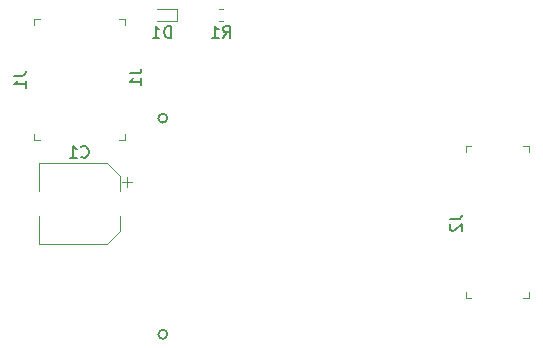
<source format=gbr>
G04 #@! TF.GenerationSoftware,KiCad,Pcbnew,5.0.2+dfsg1-1*
G04 #@! TF.CreationDate,2021-07-01T00:07:39-05:00*
G04 #@! TF.ProjectId,backplane,6261636b-706c-4616-9e65-2e6b69636164,rev?*
G04 #@! TF.SameCoordinates,Original*
G04 #@! TF.FileFunction,Legend,Bot*
G04 #@! TF.FilePolarity,Positive*
%FSLAX46Y46*%
G04 Gerber Fmt 4.6, Leading zero omitted, Abs format (unit mm)*
G04 Created by KiCad (PCBNEW 5.0.2+dfsg1-1) date Thu 01 Jul 2021 12:07:39 AM CDT*
%MOMM*%
%LPD*%
G01*
G04 APERTURE LIST*
%ADD10C,0.120000*%
%ADD11C,0.100000*%
%ADD12C,0.152400*%
%ADD13C,0.150000*%
G04 APERTURE END LIST*
D10*
G04 #@! TO.C,D1*
X127100000Y-53500000D02*
X125600000Y-53500000D01*
X127100000Y-53500000D02*
X127200000Y-53500000D01*
X127200000Y-53500000D02*
X127300000Y-53500000D01*
X127300000Y-53500000D02*
X127300000Y-53700000D01*
X127300000Y-53700000D02*
X127300000Y-54500000D01*
X127300000Y-54500000D02*
X125600000Y-54500000D01*
D11*
G04 #@! TO.C,J1*
X115150000Y-54400000D02*
X115150000Y-54900000D01*
X115150000Y-54400000D02*
X115650000Y-54400000D01*
X115150000Y-64600000D02*
X115650000Y-64600000D01*
X115150000Y-64600000D02*
X115150000Y-64100000D01*
X122850000Y-64600000D02*
X122850000Y-64100000D01*
X122850000Y-64600000D02*
X122400000Y-64600000D01*
X122850000Y-54400000D02*
X122400000Y-54400000D01*
X122850000Y-54400000D02*
X122850000Y-54900000D01*
G04 #@! TO.C,J2*
X157100000Y-78000000D02*
X156600000Y-78000000D01*
X157100000Y-78000000D02*
X157100000Y-77500000D01*
X157100000Y-65100000D02*
X156600000Y-65100000D01*
X157100000Y-65100000D02*
X157100000Y-65600000D01*
X151700000Y-65100000D02*
X152200000Y-65100000D01*
X151700000Y-65100000D02*
X151700000Y-65600000D01*
X151700000Y-78000000D02*
X152200000Y-78000000D01*
X151700000Y-78000000D02*
X151700000Y-77500000D01*
D10*
G04 #@! TO.C,R1*
X130828733Y-54510000D02*
X131171267Y-54510000D01*
X130828733Y-53490000D02*
X131171267Y-53490000D01*
D12*
G04 #@! TO.C,J3*
X126450600Y-62755599D02*
G75*
G03X126450600Y-62755599I-381000J0D01*
G01*
G04 #@! TO.C,J4*
X126450600Y-81055599D02*
G75*
G03X126450600Y-81055599I-381000J0D01*
G01*
D10*
G04 #@! TO.C,C1*
X115590000Y-73410000D02*
X115590000Y-71060000D01*
X115590000Y-66590000D02*
X115590000Y-68940000D01*
X121345563Y-66590000D02*
X115590000Y-66590000D01*
X121345563Y-73410000D02*
X115590000Y-73410000D01*
X122410000Y-72345563D02*
X122410000Y-71060000D01*
X122410000Y-67654437D02*
X122410000Y-68940000D01*
X122410000Y-67654437D02*
X121345563Y-66590000D01*
X122410000Y-72345563D02*
X121345563Y-73410000D01*
X123437500Y-68152500D02*
X122650000Y-68152500D01*
X123043750Y-67758750D02*
X123043750Y-68546250D01*
G04 #@! TO.C,D1*
D13*
X126738095Y-55952380D02*
X126738095Y-54952380D01*
X126500000Y-54952380D01*
X126357142Y-55000000D01*
X126261904Y-55095238D01*
X126214285Y-55190476D01*
X126166666Y-55380952D01*
X126166666Y-55523809D01*
X126214285Y-55714285D01*
X126261904Y-55809523D01*
X126357142Y-55904761D01*
X126500000Y-55952380D01*
X126738095Y-55952380D01*
X125214285Y-55952380D02*
X125785714Y-55952380D01*
X125500000Y-55952380D02*
X125500000Y-54952380D01*
X125595238Y-55095238D01*
X125690476Y-55190476D01*
X125785714Y-55238095D01*
G04 #@! TO.C,J1*
X123252380Y-58966666D02*
X123966666Y-58966666D01*
X124109523Y-58919047D01*
X124204761Y-58823809D01*
X124252380Y-58680952D01*
X124252380Y-58585714D01*
X124252380Y-59966666D02*
X124252380Y-59395238D01*
X124252380Y-59680952D02*
X123252380Y-59680952D01*
X123395238Y-59585714D01*
X123490476Y-59490476D01*
X123538095Y-59395238D01*
X113452380Y-59166666D02*
X114166666Y-59166666D01*
X114309523Y-59119047D01*
X114404761Y-59023809D01*
X114452380Y-58880952D01*
X114452380Y-58785714D01*
X114452380Y-60166666D02*
X114452380Y-59595238D01*
X114452380Y-59880952D02*
X113452380Y-59880952D01*
X113595238Y-59785714D01*
X113690476Y-59690476D01*
X113738095Y-59595238D01*
G04 #@! TO.C,J2*
X150372380Y-71306666D02*
X151086666Y-71306666D01*
X151229523Y-71259047D01*
X151324761Y-71163809D01*
X151372380Y-71020952D01*
X151372380Y-70925714D01*
X150467619Y-71735238D02*
X150420000Y-71782857D01*
X150372380Y-71878095D01*
X150372380Y-72116190D01*
X150420000Y-72211428D01*
X150467619Y-72259047D01*
X150562857Y-72306666D01*
X150658095Y-72306666D01*
X150800952Y-72259047D01*
X151372380Y-71687619D01*
X151372380Y-72306666D01*
G04 #@! TO.C,R1*
X131166666Y-55952380D02*
X131500000Y-55476190D01*
X131738095Y-55952380D02*
X131738095Y-54952380D01*
X131357142Y-54952380D01*
X131261904Y-55000000D01*
X131214285Y-55047619D01*
X131166666Y-55142857D01*
X131166666Y-55285714D01*
X131214285Y-55380952D01*
X131261904Y-55428571D01*
X131357142Y-55476190D01*
X131738095Y-55476190D01*
X130214285Y-55952380D02*
X130785714Y-55952380D01*
X130500000Y-55952380D02*
X130500000Y-54952380D01*
X130595238Y-55095238D01*
X130690476Y-55190476D01*
X130785714Y-55238095D01*
G04 #@! TO.C,C1*
X119166666Y-66007142D02*
X119214285Y-66054761D01*
X119357142Y-66102380D01*
X119452380Y-66102380D01*
X119595238Y-66054761D01*
X119690476Y-65959523D01*
X119738095Y-65864285D01*
X119785714Y-65673809D01*
X119785714Y-65530952D01*
X119738095Y-65340476D01*
X119690476Y-65245238D01*
X119595238Y-65150000D01*
X119452380Y-65102380D01*
X119357142Y-65102380D01*
X119214285Y-65150000D01*
X119166666Y-65197619D01*
X118214285Y-66102380D02*
X118785714Y-66102380D01*
X118500000Y-66102380D02*
X118500000Y-65102380D01*
X118595238Y-65245238D01*
X118690476Y-65340476D01*
X118785714Y-65388095D01*
G04 #@! TD*
M02*

</source>
